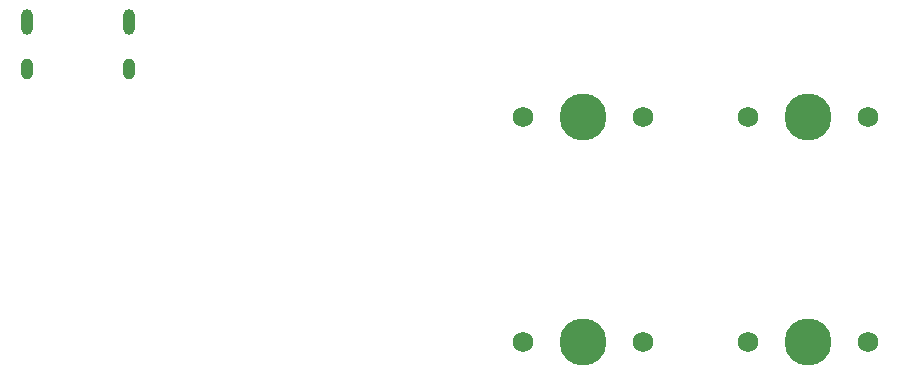
<source format=gbr>
G04 #@! TF.GenerationSoftware,KiCad,Pcbnew,(5.1.9-0-10_14)*
G04 #@! TF.CreationDate,2021-07-26T10:25:34-04:00*
G04 #@! TF.ProjectId,4key-pcb,346b6579-2d70-4636-922e-6b696361645f,rev?*
G04 #@! TF.SameCoordinates,Original*
G04 #@! TF.FileFunction,Soldermask,Top*
G04 #@! TF.FilePolarity,Negative*
%FSLAX46Y46*%
G04 Gerber Fmt 4.6, Leading zero omitted, Abs format (unit mm)*
G04 Created by KiCad (PCBNEW (5.1.9-0-10_14)) date 2021-07-26 10:25:34*
%MOMM*%
%LPD*%
G01*
G04 APERTURE LIST*
%ADD10O,1.000000X2.200000*%
%ADD11O,1.000000X1.800000*%
%ADD12C,3.987800*%
%ADD13C,1.750000*%
G04 APERTURE END LIST*
D10*
X67670000Y-88750000D03*
X59030000Y-88750000D03*
D11*
X59030000Y-92750000D03*
X67670000Y-92750000D03*
D12*
X125095000Y-115824000D03*
D13*
X120015000Y-115824000D03*
X130175000Y-115824000D03*
X111125000Y-96774000D03*
X100965000Y-96774000D03*
D12*
X106045000Y-96774000D03*
X125095000Y-96774000D03*
D13*
X120015000Y-96774000D03*
X130175000Y-96774000D03*
X111125000Y-115824000D03*
X100965000Y-115824000D03*
D12*
X106045000Y-115824000D03*
M02*

</source>
